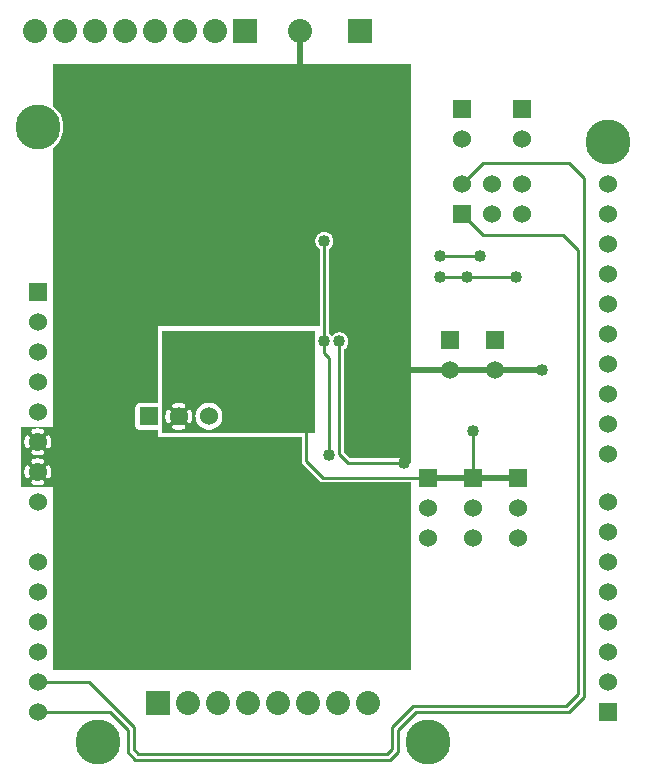
<source format=gbr>
G04 start of page 3 for group 1 idx 1 *
G04 Title: (unknown), solder *
G04 Creator: pcb 20110918 *
G04 CreationDate: Wed 23 Apr 2014 02:57:30 AM GMT UTC *
G04 For: railfan *
G04 Format: Gerber/RS-274X *
G04 PCB-Dimensions: 210000 270000 *
G04 PCB-Coordinate-Origin: lower left *
%MOIN*%
%FSLAX25Y25*%
%LNBOTTOM*%
%ADD41C,0.0480*%
%ADD40C,0.1285*%
%ADD39C,0.0380*%
%ADD38C,0.0400*%
%ADD37C,0.0800*%
%ADD36C,0.1500*%
%ADD35C,0.0600*%
%ADD34C,0.0200*%
%ADD33C,0.0100*%
%ADD32C,0.0001*%
G54D32*G36*
X102500Y147000D02*Y143618D01*
X102491Y143500D01*
X102500Y143382D01*
Y113000D01*
X101000D01*
Y117500D01*
X100986Y117735D01*
X100931Y117965D01*
X100841Y118183D01*
X100717Y118384D01*
X100564Y118564D01*
X100384Y118717D01*
X100183Y118841D01*
X99965Y118931D01*
X99735Y118986D01*
X99500Y119005D01*
X99265Y118986D01*
X99035Y118931D01*
X98817Y118841D01*
X98616Y118717D01*
X98436Y118564D01*
X98283Y118384D01*
X98159Y118183D01*
X98069Y117965D01*
X98014Y117735D01*
X98000Y117500D01*
Y113000D01*
X66993D01*
Y113987D01*
X67000Y113986D01*
X67706Y114042D01*
X68395Y114207D01*
X69049Y114478D01*
X69653Y114848D01*
X70192Y115308D01*
X70652Y115847D01*
X71022Y116451D01*
X71293Y117105D01*
X71458Y117794D01*
X71500Y118500D01*
X71458Y119206D01*
X71293Y119895D01*
X71022Y120549D01*
X70652Y121153D01*
X70192Y121692D01*
X69653Y122152D01*
X69049Y122522D01*
X68395Y122793D01*
X67706Y122958D01*
X67000Y123014D01*
X66993Y123013D01*
Y147000D01*
X102500D01*
G37*
G36*
X66993Y113000D02*X60613D01*
Y116353D01*
X60656Y116360D01*
X60768Y116397D01*
X60873Y116452D01*
X60968Y116522D01*
X61051Y116606D01*
X61119Y116702D01*
X61170Y116808D01*
X61318Y117216D01*
X61422Y117637D01*
X61484Y118067D01*
X61505Y118500D01*
X61484Y118933D01*
X61422Y119363D01*
X61318Y119784D01*
X61175Y120194D01*
X61122Y120300D01*
X61053Y120396D01*
X60970Y120481D01*
X60875Y120551D01*
X60769Y120606D01*
X60657Y120643D01*
X60613Y120651D01*
Y147000D01*
X66993D01*
Y123013D01*
X66294Y122958D01*
X65605Y122793D01*
X64951Y122522D01*
X64347Y122152D01*
X63808Y121692D01*
X63348Y121153D01*
X62978Y120549D01*
X62707Y119895D01*
X62542Y119206D01*
X62486Y118500D01*
X62542Y117794D01*
X62707Y117105D01*
X62978Y116451D01*
X63348Y115847D01*
X63808Y115308D01*
X64347Y114848D01*
X64951Y114478D01*
X65605Y114207D01*
X66294Y114042D01*
X66993Y113987D01*
Y113000D01*
G37*
G36*
X60613D02*X57002D01*
Y113995D01*
X57433Y114016D01*
X57863Y114078D01*
X58284Y114182D01*
X58694Y114325D01*
X58800Y114378D01*
X58896Y114447D01*
X58981Y114530D01*
X59051Y114625D01*
X59106Y114731D01*
X59143Y114843D01*
X59163Y114960D01*
X59164Y115079D01*
X59146Y115196D01*
X59110Y115309D01*
X59057Y115415D01*
X58988Y115512D01*
X58905Y115596D01*
X58809Y115667D01*
X58704Y115721D01*
X58592Y115759D01*
X58475Y115778D01*
X58356Y115779D01*
X58239Y115761D01*
X58126Y115723D01*
X57855Y115624D01*
X57575Y115556D01*
X57289Y115514D01*
X57002Y115500D01*
Y121500D01*
X57289Y121486D01*
X57575Y121444D01*
X57855Y121376D01*
X58128Y121280D01*
X58239Y121242D01*
X58356Y121225D01*
X58474Y121225D01*
X58591Y121245D01*
X58703Y121282D01*
X58807Y121336D01*
X58902Y121406D01*
X58985Y121491D01*
X59054Y121587D01*
X59107Y121692D01*
X59143Y121805D01*
X59160Y121921D01*
X59159Y122039D01*
X59140Y122156D01*
X59103Y122268D01*
X59048Y122373D01*
X58978Y122468D01*
X58894Y122551D01*
X58798Y122619D01*
X58692Y122670D01*
X58284Y122818D01*
X57863Y122922D01*
X57433Y122984D01*
X57002Y123005D01*
Y147000D01*
X60613D01*
Y120651D01*
X60540Y120663D01*
X60421Y120664D01*
X60304Y120646D01*
X60191Y120610D01*
X60085Y120557D01*
X59988Y120488D01*
X59904Y120405D01*
X59833Y120309D01*
X59779Y120204D01*
X59741Y120092D01*
X59722Y119975D01*
X59721Y119856D01*
X59739Y119739D01*
X59777Y119626D01*
X59876Y119355D01*
X59944Y119075D01*
X59986Y118789D01*
X60000Y118500D01*
X59986Y118211D01*
X59944Y117925D01*
X59876Y117645D01*
X59780Y117372D01*
X59742Y117261D01*
X59725Y117144D01*
X59725Y117026D01*
X59745Y116909D01*
X59782Y116797D01*
X59836Y116693D01*
X59906Y116598D01*
X59991Y116515D01*
X60087Y116446D01*
X60192Y116393D01*
X60305Y116357D01*
X60421Y116340D01*
X60539Y116341D01*
X60613Y116353D01*
Y113000D01*
G37*
G36*
X57002D02*X53387D01*
Y116349D01*
X53460Y116337D01*
X53579Y116336D01*
X53696Y116354D01*
X53809Y116390D01*
X53915Y116443D01*
X54012Y116512D01*
X54096Y116595D01*
X54167Y116691D01*
X54221Y116796D01*
X54259Y116908D01*
X54278Y117025D01*
X54279Y117144D01*
X54261Y117261D01*
X54223Y117374D01*
X54124Y117645D01*
X54056Y117925D01*
X54014Y118211D01*
X54000Y118500D01*
X54014Y118789D01*
X54056Y119075D01*
X54124Y119355D01*
X54220Y119628D01*
X54258Y119739D01*
X54275Y119856D01*
X54275Y119974D01*
X54255Y120091D01*
X54218Y120203D01*
X54164Y120307D01*
X54094Y120402D01*
X54009Y120485D01*
X53913Y120554D01*
X53808Y120607D01*
X53695Y120643D01*
X53579Y120660D01*
X53461Y120659D01*
X53387Y120647D01*
Y147000D01*
X57002D01*
Y123005D01*
X57000Y123005D01*
X56567Y122984D01*
X56137Y122922D01*
X55716Y122818D01*
X55306Y122675D01*
X55200Y122622D01*
X55104Y122553D01*
X55019Y122470D01*
X54949Y122375D01*
X54894Y122269D01*
X54857Y122157D01*
X54837Y122040D01*
X54836Y121921D01*
X54854Y121804D01*
X54890Y121691D01*
X54943Y121585D01*
X55012Y121488D01*
X55095Y121404D01*
X55191Y121333D01*
X55296Y121279D01*
X55408Y121241D01*
X55525Y121222D01*
X55644Y121221D01*
X55761Y121239D01*
X55874Y121277D01*
X56145Y121376D01*
X56425Y121444D01*
X56711Y121486D01*
X57000Y121500D01*
X57002Y121500D01*
Y115500D01*
X57000Y115500D01*
X56711Y115514D01*
X56425Y115556D01*
X56145Y115624D01*
X55872Y115720D01*
X55761Y115758D01*
X55644Y115775D01*
X55526Y115775D01*
X55409Y115755D01*
X55297Y115718D01*
X55193Y115664D01*
X55098Y115594D01*
X55015Y115509D01*
X54946Y115413D01*
X54893Y115308D01*
X54857Y115195D01*
X54840Y115079D01*
X54841Y114961D01*
X54860Y114844D01*
X54897Y114732D01*
X54952Y114627D01*
X55022Y114532D01*
X55106Y114449D01*
X55202Y114381D01*
X55308Y114330D01*
X55716Y114182D01*
X56137Y114078D01*
X56567Y114016D01*
X57000Y113995D01*
X57002Y113995D01*
Y113000D01*
G37*
G36*
X53387D02*X51500D01*
Y147000D01*
X53387D01*
Y120647D01*
X53344Y120640D01*
X53232Y120603D01*
X53127Y120548D01*
X53032Y120478D01*
X52949Y120394D01*
X52881Y120298D01*
X52830Y120192D01*
X52682Y119784D01*
X52578Y119363D01*
X52516Y118933D01*
X52495Y118500D01*
X52516Y118067D01*
X52578Y117637D01*
X52682Y117216D01*
X52825Y116806D01*
X52878Y116700D01*
X52947Y116604D01*
X53030Y116519D01*
X53125Y116449D01*
X53231Y116394D01*
X53343Y116357D01*
X53387Y116349D01*
Y113000D01*
G37*
G36*
X134500Y103000D02*X133505D01*
X133486Y103235D01*
X133431Y103465D01*
X133341Y103683D01*
X133217Y103884D01*
X133064Y104064D01*
X132884Y104217D01*
X132683Y104341D01*
X132465Y104431D01*
X132235Y104486D01*
X132000Y104500D01*
X114121D01*
X112000Y106621D01*
Y140901D01*
X112269Y141065D01*
X112628Y141372D01*
X112935Y141731D01*
X113181Y142134D01*
X113362Y142570D01*
X113472Y143029D01*
X113500Y143500D01*
X113472Y143971D01*
X113362Y144430D01*
X113181Y144866D01*
X112935Y145269D01*
X112628Y145628D01*
X112269Y145935D01*
X111866Y146181D01*
X111430Y146362D01*
X110971Y146472D01*
X110500Y146509D01*
X110029Y146472D01*
X109570Y146362D01*
X109134Y146181D01*
X108731Y145935D01*
X108372Y145628D01*
X108065Y145269D01*
X108000Y145162D01*
X107935Y145269D01*
X107628Y145628D01*
X107269Y145935D01*
X107000Y146099D01*
Y174401D01*
X107269Y174565D01*
X107628Y174872D01*
X107935Y175231D01*
X108181Y175634D01*
X108362Y176070D01*
X108472Y176529D01*
X108500Y177000D01*
X108472Y177471D01*
X108465Y177500D01*
X134500D01*
Y103000D01*
G37*
G36*
Y148500D02*X107000D01*
Y174401D01*
X107269Y174565D01*
X107628Y174872D01*
X107935Y175231D01*
X108181Y175634D01*
X108362Y176070D01*
X108472Y176529D01*
X108500Y177000D01*
X108472Y177471D01*
X108362Y177930D01*
X108181Y178366D01*
X107935Y178769D01*
X107628Y179128D01*
X107269Y179435D01*
X106866Y179681D01*
X106430Y179862D01*
X105971Y179972D01*
X105500Y180009D01*
X105029Y179972D01*
X104570Y179862D01*
X104134Y179681D01*
X103731Y179435D01*
X103372Y179128D01*
X103065Y178769D01*
X102819Y178366D01*
X102638Y177930D01*
X102528Y177471D01*
X102491Y177000D01*
X102528Y176529D01*
X102638Y176070D01*
X102819Y175634D01*
X103065Y175231D01*
X103372Y174872D01*
X103731Y174565D01*
X104000Y174401D01*
Y148500D01*
X15000D01*
Y208095D01*
X15012Y208102D01*
X16029Y208971D01*
X16898Y209988D01*
X17597Y211129D01*
X18109Y212365D01*
X18421Y213666D01*
X18500Y215000D01*
X18421Y216334D01*
X18109Y217635D01*
X17597Y218871D01*
X16898Y220012D01*
X16029Y221029D01*
X15012Y221898D01*
X15000Y221905D01*
Y236000D01*
X134500D01*
Y148500D01*
G37*
G36*
X13613Y115000D02*X22500D01*
Y95000D01*
X13613D01*
Y97853D01*
X13656Y97860D01*
X13768Y97897D01*
X13873Y97952D01*
X13968Y98022D01*
X14051Y98106D01*
X14119Y98202D01*
X14170Y98308D01*
X14318Y98716D01*
X14422Y99137D01*
X14484Y99567D01*
X14505Y100000D01*
X14484Y100433D01*
X14422Y100863D01*
X14318Y101284D01*
X14175Y101694D01*
X14122Y101800D01*
X14053Y101896D01*
X13970Y101981D01*
X13875Y102051D01*
X13769Y102106D01*
X13657Y102143D01*
X13613Y102151D01*
Y107853D01*
X13656Y107860D01*
X13768Y107897D01*
X13873Y107952D01*
X13968Y108022D01*
X14051Y108106D01*
X14119Y108202D01*
X14170Y108308D01*
X14318Y108716D01*
X14422Y109137D01*
X14484Y109567D01*
X14505Y110000D01*
X14484Y110433D01*
X14422Y110863D01*
X14318Y111284D01*
X14175Y111694D01*
X14122Y111800D01*
X14053Y111896D01*
X13970Y111981D01*
X13875Y112051D01*
X13769Y112106D01*
X13657Y112143D01*
X13613Y112151D01*
Y115000D01*
G37*
G36*
X10002D02*X13613D01*
Y112151D01*
X13540Y112163D01*
X13421Y112164D01*
X13304Y112146D01*
X13191Y112110D01*
X13085Y112057D01*
X12988Y111988D01*
X12904Y111905D01*
X12833Y111809D01*
X12779Y111704D01*
X12741Y111592D01*
X12722Y111475D01*
X12721Y111356D01*
X12739Y111239D01*
X12777Y111126D01*
X12876Y110855D01*
X12944Y110575D01*
X12986Y110289D01*
X13000Y110000D01*
X12986Y109711D01*
X12944Y109425D01*
X12876Y109145D01*
X12780Y108872D01*
X12742Y108761D01*
X12725Y108644D01*
X12725Y108526D01*
X12745Y108409D01*
X12782Y108297D01*
X12836Y108193D01*
X12906Y108098D01*
X12991Y108015D01*
X13087Y107946D01*
X13192Y107893D01*
X13305Y107857D01*
X13421Y107840D01*
X13539Y107841D01*
X13613Y107853D01*
Y102151D01*
X13540Y102163D01*
X13421Y102164D01*
X13304Y102146D01*
X13191Y102110D01*
X13085Y102057D01*
X12988Y101988D01*
X12904Y101905D01*
X12833Y101809D01*
X12779Y101704D01*
X12741Y101592D01*
X12722Y101475D01*
X12721Y101356D01*
X12739Y101239D01*
X12777Y101126D01*
X12876Y100855D01*
X12944Y100575D01*
X12986Y100289D01*
X13000Y100000D01*
X12986Y99711D01*
X12944Y99425D01*
X12876Y99145D01*
X12780Y98872D01*
X12742Y98761D01*
X12725Y98644D01*
X12725Y98526D01*
X12745Y98409D01*
X12782Y98297D01*
X12836Y98193D01*
X12906Y98098D01*
X12991Y98015D01*
X13087Y97946D01*
X13192Y97893D01*
X13305Y97857D01*
X13421Y97840D01*
X13539Y97841D01*
X13613Y97853D01*
Y95000D01*
X10002D01*
Y95495D01*
X10433Y95516D01*
X10863Y95578D01*
X11284Y95682D01*
X11694Y95825D01*
X11800Y95878D01*
X11896Y95947D01*
X11981Y96030D01*
X12051Y96125D01*
X12106Y96231D01*
X12143Y96343D01*
X12163Y96460D01*
X12164Y96579D01*
X12146Y96696D01*
X12110Y96809D01*
X12057Y96915D01*
X11988Y97012D01*
X11905Y97096D01*
X11809Y97167D01*
X11704Y97221D01*
X11592Y97259D01*
X11475Y97278D01*
X11356Y97279D01*
X11239Y97261D01*
X11126Y97223D01*
X10855Y97124D01*
X10575Y97056D01*
X10289Y97014D01*
X10002Y97000D01*
Y103000D01*
X10289Y102986D01*
X10575Y102944D01*
X10855Y102876D01*
X11128Y102780D01*
X11239Y102742D01*
X11356Y102725D01*
X11474Y102725D01*
X11591Y102745D01*
X11703Y102782D01*
X11807Y102836D01*
X11902Y102906D01*
X11985Y102991D01*
X12054Y103087D01*
X12107Y103192D01*
X12143Y103305D01*
X12160Y103421D01*
X12159Y103539D01*
X12140Y103656D01*
X12103Y103768D01*
X12048Y103873D01*
X11978Y103968D01*
X11894Y104051D01*
X11798Y104119D01*
X11692Y104170D01*
X11284Y104318D01*
X10863Y104422D01*
X10433Y104484D01*
X10002Y104505D01*
Y105495D01*
X10433Y105516D01*
X10863Y105578D01*
X11284Y105682D01*
X11694Y105825D01*
X11800Y105878D01*
X11896Y105947D01*
X11981Y106030D01*
X12051Y106125D01*
X12106Y106231D01*
X12143Y106343D01*
X12163Y106460D01*
X12164Y106579D01*
X12146Y106696D01*
X12110Y106809D01*
X12057Y106915D01*
X11988Y107012D01*
X11905Y107096D01*
X11809Y107167D01*
X11704Y107221D01*
X11592Y107259D01*
X11475Y107278D01*
X11356Y107279D01*
X11239Y107261D01*
X11126Y107223D01*
X10855Y107124D01*
X10575Y107056D01*
X10289Y107014D01*
X10002Y107000D01*
Y113000D01*
X10289Y112986D01*
X10575Y112944D01*
X10855Y112876D01*
X11128Y112780D01*
X11239Y112742D01*
X11356Y112725D01*
X11474Y112725D01*
X11591Y112745D01*
X11703Y112782D01*
X11807Y112836D01*
X11902Y112906D01*
X11985Y112991D01*
X12054Y113087D01*
X12107Y113192D01*
X12143Y113305D01*
X12160Y113421D01*
X12159Y113539D01*
X12140Y113656D01*
X12103Y113768D01*
X12048Y113873D01*
X11978Y113968D01*
X11894Y114051D01*
X11798Y114119D01*
X11692Y114170D01*
X11284Y114318D01*
X10863Y114422D01*
X10433Y114484D01*
X10002Y114505D01*
Y115000D01*
G37*
G36*
X6387D02*X10002D01*
Y114505D01*
X10000Y114505D01*
X9567Y114484D01*
X9137Y114422D01*
X8716Y114318D01*
X8306Y114175D01*
X8200Y114122D01*
X8104Y114053D01*
X8019Y113970D01*
X7949Y113875D01*
X7894Y113769D01*
X7857Y113657D01*
X7837Y113540D01*
X7836Y113421D01*
X7854Y113304D01*
X7890Y113191D01*
X7943Y113085D01*
X8012Y112988D01*
X8095Y112904D01*
X8191Y112833D01*
X8296Y112779D01*
X8408Y112741D01*
X8525Y112722D01*
X8644Y112721D01*
X8761Y112739D01*
X8874Y112777D01*
X9145Y112876D01*
X9425Y112944D01*
X9711Y112986D01*
X10000Y113000D01*
X10002Y113000D01*
Y107000D01*
X10000Y107000D01*
X9711Y107014D01*
X9425Y107056D01*
X9145Y107124D01*
X8872Y107220D01*
X8761Y107258D01*
X8644Y107275D01*
X8526Y107275D01*
X8409Y107255D01*
X8297Y107218D01*
X8193Y107164D01*
X8098Y107094D01*
X8015Y107009D01*
X7946Y106913D01*
X7893Y106808D01*
X7857Y106695D01*
X7840Y106579D01*
X7841Y106461D01*
X7860Y106344D01*
X7897Y106232D01*
X7952Y106127D01*
X8022Y106032D01*
X8106Y105949D01*
X8202Y105881D01*
X8308Y105830D01*
X8716Y105682D01*
X9137Y105578D01*
X9567Y105516D01*
X10000Y105495D01*
X10002Y105495D01*
Y104505D01*
X10000Y104505D01*
X9567Y104484D01*
X9137Y104422D01*
X8716Y104318D01*
X8306Y104175D01*
X8200Y104122D01*
X8104Y104053D01*
X8019Y103970D01*
X7949Y103875D01*
X7894Y103769D01*
X7857Y103657D01*
X7837Y103540D01*
X7836Y103421D01*
X7854Y103304D01*
X7890Y103191D01*
X7943Y103085D01*
X8012Y102988D01*
X8095Y102904D01*
X8191Y102833D01*
X8296Y102779D01*
X8408Y102741D01*
X8525Y102722D01*
X8644Y102721D01*
X8761Y102739D01*
X8874Y102777D01*
X9145Y102876D01*
X9425Y102944D01*
X9711Y102986D01*
X10000Y103000D01*
X10002Y103000D01*
Y97000D01*
X10000Y97000D01*
X9711Y97014D01*
X9425Y97056D01*
X9145Y97124D01*
X8872Y97220D01*
X8761Y97258D01*
X8644Y97275D01*
X8526Y97275D01*
X8409Y97255D01*
X8297Y97218D01*
X8193Y97164D01*
X8098Y97094D01*
X8015Y97009D01*
X7946Y96913D01*
X7893Y96808D01*
X7857Y96695D01*
X7840Y96579D01*
X7841Y96461D01*
X7860Y96344D01*
X7897Y96232D01*
X7952Y96127D01*
X8022Y96032D01*
X8106Y95949D01*
X8202Y95881D01*
X8308Y95830D01*
X8716Y95682D01*
X9137Y95578D01*
X9567Y95516D01*
X10000Y95495D01*
X10002Y95495D01*
Y95000D01*
X6387D01*
Y97849D01*
X6460Y97837D01*
X6579Y97836D01*
X6696Y97854D01*
X6809Y97890D01*
X6915Y97943D01*
X7012Y98012D01*
X7096Y98095D01*
X7167Y98191D01*
X7221Y98296D01*
X7259Y98408D01*
X7278Y98525D01*
X7279Y98644D01*
X7261Y98761D01*
X7223Y98874D01*
X7124Y99145D01*
X7056Y99425D01*
X7014Y99711D01*
X7000Y100000D01*
X7014Y100289D01*
X7056Y100575D01*
X7124Y100855D01*
X7220Y101128D01*
X7258Y101239D01*
X7275Y101356D01*
X7275Y101474D01*
X7255Y101591D01*
X7218Y101703D01*
X7164Y101807D01*
X7094Y101902D01*
X7009Y101985D01*
X6913Y102054D01*
X6808Y102107D01*
X6695Y102143D01*
X6579Y102160D01*
X6461Y102159D01*
X6387Y102147D01*
Y107849D01*
X6460Y107837D01*
X6579Y107836D01*
X6696Y107854D01*
X6809Y107890D01*
X6915Y107943D01*
X7012Y108012D01*
X7096Y108095D01*
X7167Y108191D01*
X7221Y108296D01*
X7259Y108408D01*
X7278Y108525D01*
X7279Y108644D01*
X7261Y108761D01*
X7223Y108874D01*
X7124Y109145D01*
X7056Y109425D01*
X7014Y109711D01*
X7000Y110000D01*
X7014Y110289D01*
X7056Y110575D01*
X7124Y110855D01*
X7220Y111128D01*
X7258Y111239D01*
X7275Y111356D01*
X7275Y111474D01*
X7255Y111591D01*
X7218Y111703D01*
X7164Y111807D01*
X7094Y111902D01*
X7009Y111985D01*
X6913Y112054D01*
X6808Y112107D01*
X6695Y112143D01*
X6579Y112160D01*
X6461Y112159D01*
X6387Y112147D01*
Y115000D01*
G37*
G36*
X4500D02*X6387D01*
Y112147D01*
X6344Y112140D01*
X6232Y112103D01*
X6127Y112048D01*
X6032Y111978D01*
X5949Y111894D01*
X5881Y111798D01*
X5830Y111692D01*
X5682Y111284D01*
X5578Y110863D01*
X5516Y110433D01*
X5495Y110000D01*
X5516Y109567D01*
X5578Y109137D01*
X5682Y108716D01*
X5825Y108306D01*
X5878Y108200D01*
X5947Y108104D01*
X6030Y108019D01*
X6125Y107949D01*
X6231Y107894D01*
X6343Y107857D01*
X6387Y107849D01*
Y102147D01*
X6344Y102140D01*
X6232Y102103D01*
X6127Y102048D01*
X6032Y101978D01*
X5949Y101894D01*
X5881Y101798D01*
X5830Y101692D01*
X5682Y101284D01*
X5578Y100863D01*
X5516Y100433D01*
X5495Y100000D01*
X5516Y99567D01*
X5578Y99137D01*
X5682Y98716D01*
X5825Y98306D01*
X5878Y98200D01*
X5947Y98104D01*
X6030Y98019D01*
X6125Y97949D01*
X6231Y97894D01*
X6343Y97857D01*
X6387Y97849D01*
Y95000D01*
X4500D01*
Y115000D01*
G37*
G36*
X15000Y159000D02*X50000D01*
Y123000D01*
X43765Y122986D01*
X43535Y122931D01*
X43317Y122841D01*
X43116Y122717D01*
X42936Y122564D01*
X42783Y122384D01*
X42659Y122183D01*
X42569Y121965D01*
X42514Y121735D01*
X42500Y121500D01*
X42514Y115265D01*
X42569Y115035D01*
X42659Y114817D01*
X42783Y114616D01*
X42936Y114436D01*
X43116Y114283D01*
X43317Y114159D01*
X43535Y114069D01*
X43765Y114014D01*
X44000Y114000D01*
X50000Y114013D01*
Y95000D01*
X15000D01*
Y159000D01*
G37*
G36*
Y111500D02*X98000D01*
Y103559D01*
X97995Y103500D01*
X98014Y103265D01*
X98069Y103035D01*
X98159Y102817D01*
X98283Y102616D01*
X98436Y102436D01*
X98481Y102398D01*
X103898Y96981D01*
X103936Y96936D01*
X104116Y96783D01*
X104317Y96659D01*
X104535Y96569D01*
X104765Y96514D01*
X105000Y96495D01*
X105059Y96500D01*
X134500D01*
Y34000D01*
X15000D01*
Y111500D01*
G37*
G36*
X102500Y113000D02*X95000D01*
Y120500D01*
X102500D01*
Y113000D01*
G37*
G54D33*X192000Y25000D02*Y198000D01*
X190000Y26000D02*Y174000D01*
X136000Y20000D02*X187000D01*
X192000Y25000D01*
X135000Y22000D02*X186000D01*
X190000Y26000D01*
X157500Y172000D02*X144000D01*
X153000Y165000D02*X144000D01*
G54D34*X140000Y98000D02*X170000D01*
G54D33*X155000D02*Y113500D01*
X136000Y20000D02*X130000Y14000D01*
Y6500D01*
X128000Y7500D02*Y15000D01*
X135000Y22000D01*
X10000Y20000D02*X34000D01*
X40000Y14000D01*
Y6500D01*
X10000Y30000D02*X27000D01*
X42000Y15000D01*
Y7500D01*
X40000Y6500D02*X42500Y4000D01*
X127500D01*
X43500Y6000D02*X126500D01*
X130000Y6500D02*X127500Y4000D01*
X126500Y6000D02*X128000Y7500D01*
X42000D02*X43500Y6000D01*
X192000Y198000D02*X187000Y203000D01*
X190000Y174000D02*X185000Y179000D01*
X187000Y203000D02*X158500D01*
X185000Y179000D02*X158500D01*
Y203000D02*X151500Y196000D01*
X158500Y179000D02*X151500Y186000D01*
X153000Y165000D02*X169500D01*
X110500Y143500D02*Y106000D01*
X113500Y103000D01*
X132000D01*
X107000Y105500D02*Y138000D01*
X99500Y103500D02*Y117500D01*
G54D34*X178000Y134000D02*X129000D01*
G54D33*X107000Y138000D02*X105500Y139500D01*
Y177000D01*
G54D34*X97500Y247000D02*Y232500D01*
G54D33*X140000Y98000D02*X105000D01*
X99500Y103500D01*
G54D35*X10000Y130000D03*
Y120000D03*
Y110000D03*
Y100000D03*
G54D32*G36*
X7000Y163000D02*Y157000D01*
X13000D01*
Y163000D01*
X7000D01*
G37*
G54D35*X10000Y150000D03*
Y140000D03*
G54D36*Y215000D03*
G54D32*G36*
X44000Y121500D02*Y115500D01*
X50000D01*
Y121500D01*
X44000D01*
G37*
G54D35*X57000Y118500D03*
X67000D03*
G54D32*G36*
X75000Y251000D02*Y243000D01*
X83000D01*
Y251000D01*
X75000D01*
G37*
G36*
X113500D02*Y243000D01*
X121500D01*
Y251000D01*
X113500D01*
G37*
G54D37*X97500Y247000D03*
X69000D03*
X59000D03*
X49000D03*
X39000D03*
X29000D03*
X19000D03*
X9000D03*
G54D35*X200000Y126000D03*
Y136000D03*
Y146000D03*
Y156000D03*
Y166000D03*
Y176000D03*
G54D32*G36*
X159500Y147000D02*Y141000D01*
X165500D01*
Y147000D01*
X159500D01*
G37*
G54D35*X162500Y134000D03*
G54D32*G36*
X144500Y147000D02*Y141000D01*
X150500D01*
Y147000D01*
X144500D01*
G37*
G54D35*X147500Y134000D03*
X200000Y186000D03*
Y196000D03*
G54D36*Y210000D03*
G54D32*G36*
X148500Y189000D02*Y183000D01*
X154500D01*
Y189000D01*
X148500D01*
G37*
G54D35*X161500Y186000D03*
X171500D03*
X151500Y196000D03*
X161500D03*
X171500D03*
G54D32*G36*
X168500Y224000D02*Y218000D01*
X174500D01*
Y224000D01*
X168500D01*
G37*
G54D35*X171500Y211000D03*
G54D32*G36*
X148500Y224000D02*Y218000D01*
X154500D01*
Y224000D01*
X148500D01*
G37*
G54D35*X151500Y211000D03*
G54D32*G36*
X197000Y23000D02*Y17000D01*
X203000D01*
Y23000D01*
X197000D01*
G37*
G54D35*X200000Y30000D03*
Y40000D03*
Y50000D03*
G54D36*X140000Y10000D03*
G54D35*X200000Y80000D03*
Y90000D03*
Y106000D03*
Y116000D03*
X10000Y90000D03*
Y70000D03*
Y60000D03*
Y50000D03*
Y40000D03*
Y30000D03*
Y20000D03*
G54D36*X30000Y10000D03*
G54D32*G36*
X46000Y27000D02*Y19000D01*
X54000D01*
Y27000D01*
X46000D01*
G37*
G54D37*X60000Y23000D03*
X70000D03*
X80000D03*
X90000D03*
X100000D03*
X110000D03*
X120000D03*
G54D35*X200000Y60000D03*
Y70000D03*
G54D32*G36*
X137000Y101000D02*Y95000D01*
X143000D01*
Y101000D01*
X137000D01*
G37*
G54D35*X140000Y88000D03*
Y78000D03*
G54D32*G36*
X152000Y101000D02*Y95000D01*
X158000D01*
Y101000D01*
X152000D01*
G37*
G54D35*X155000Y88000D03*
Y78000D03*
G54D32*G36*
X167000Y101000D02*Y95000D01*
X173000D01*
Y101000D01*
X167000D01*
G37*
G54D35*X170000Y88000D03*
Y78000D03*
G54D38*X169500Y165000D03*
X153000D03*
X178000Y134000D03*
X132000Y146000D03*
Y151000D03*
Y156000D03*
X157500Y172000D03*
X144000D03*
Y165000D03*
X155000Y113500D03*
X132000Y103000D03*
Y111000D03*
Y116000D03*
Y126000D03*
X107000Y105500D03*
X132000Y121000D03*
Y131000D03*
Y136000D03*
Y141000D03*
X105500Y143500D03*
X110500D03*
X99500Y142500D03*
Y137500D03*
Y132500D03*
Y127500D03*
Y122500D03*
Y117500D03*
X105500Y177000D03*
X42000Y111000D03*
Y105000D03*
Y99000D03*
X18000Y105000D03*
X23500D03*
X29000D03*
G54D34*G54D39*G54D40*G54D39*G54D41*G54D39*G54D40*G54D39*G54D40*G54D39*G54D40*G54D41*G54D39*M02*

</source>
